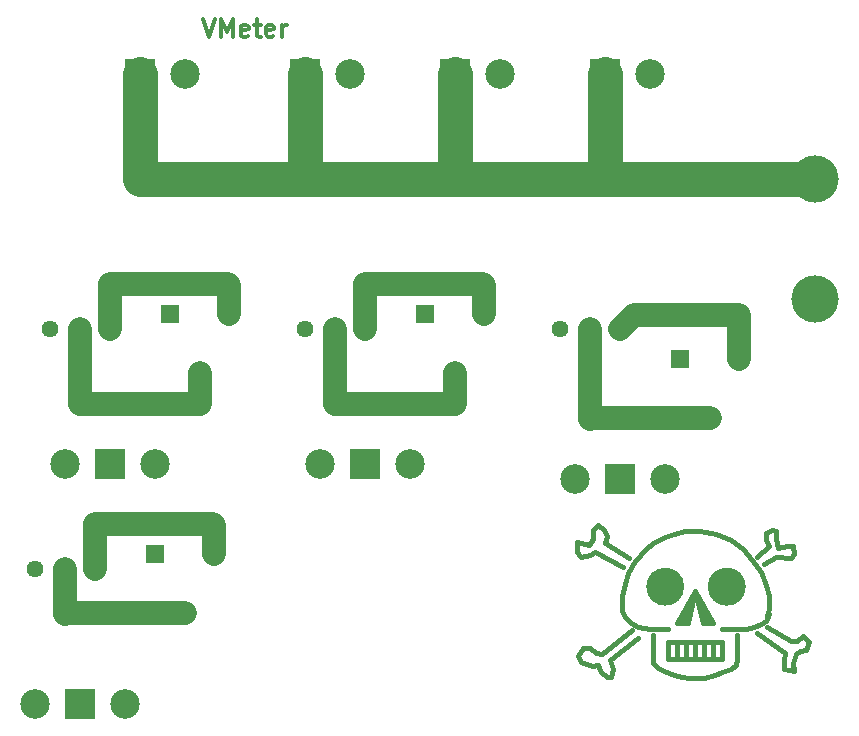
<source format=gbr>
G04 #@! TF.GenerationSoftware,KiCad,Pcbnew,(5.1.2)-1*
G04 #@! TF.CreationDate,2019-06-07T00:55:14-04:00*
G04 #@! TF.ProjectId,volt mod 2,766f6c74-206d-46f6-9420-322e6b696361,rev?*
G04 #@! TF.SameCoordinates,Original*
G04 #@! TF.FileFunction,Copper,L1,Top*
G04 #@! TF.FilePolarity,Positive*
%FSLAX46Y46*%
G04 Gerber Fmt 4.6, Leading zero omitted, Abs format (unit mm)*
G04 Created by KiCad (PCBNEW (5.1.2)-1) date 2019-06-07 00:55:14*
%MOMM*%
%LPD*%
G04 APERTURE LIST*
%ADD10C,0.300000*%
%ADD11C,0.381000*%
%ADD12C,2.499360*%
%ADD13R,2.499360X2.499360*%
%ADD14C,1.440000*%
%ADD15C,1.550000*%
%ADD16R,1.550000X1.550000*%
%ADD17C,4.000000*%
%ADD18C,3.000000*%
%ADD19C,2.000000*%
G04 APERTURE END LIST*
D10*
X43454285Y-121098571D02*
X43954285Y-122598571D01*
X44454285Y-121098571D01*
X44954285Y-122598571D02*
X44954285Y-121098571D01*
X45454285Y-122170000D01*
X45954285Y-121098571D01*
X45954285Y-122598571D01*
X47240000Y-122527142D02*
X47097142Y-122598571D01*
X46811428Y-122598571D01*
X46668571Y-122527142D01*
X46597142Y-122384285D01*
X46597142Y-121812857D01*
X46668571Y-121670000D01*
X46811428Y-121598571D01*
X47097142Y-121598571D01*
X47240000Y-121670000D01*
X47311428Y-121812857D01*
X47311428Y-121955714D01*
X46597142Y-122098571D01*
X47740000Y-121598571D02*
X48311428Y-121598571D01*
X47954285Y-121098571D02*
X47954285Y-122384285D01*
X48025714Y-122527142D01*
X48168571Y-122598571D01*
X48311428Y-122598571D01*
X49382857Y-122527142D02*
X49240000Y-122598571D01*
X48954285Y-122598571D01*
X48811428Y-122527142D01*
X48740000Y-122384285D01*
X48740000Y-121812857D01*
X48811428Y-121670000D01*
X48954285Y-121598571D01*
X49240000Y-121598571D01*
X49382857Y-121670000D01*
X49454285Y-121812857D01*
X49454285Y-121955714D01*
X48740000Y-122098571D01*
X50097142Y-122598571D02*
X50097142Y-121598571D01*
X50097142Y-121884285D02*
X50168571Y-121741428D01*
X50240000Y-121670000D01*
X50382857Y-121598571D01*
X50525714Y-121598571D01*
D11*
X91313000Y-171069000D02*
X91186000Y-171577000D01*
X91313000Y-170815000D02*
X91313000Y-171069000D01*
X91313000Y-170561000D02*
X91313000Y-170815000D01*
X91313000Y-169926000D02*
X91313000Y-170561000D01*
X91059000Y-169037000D02*
X91313000Y-169926000D01*
X90678000Y-167894000D02*
X91059000Y-169037000D01*
X89916000Y-166878000D02*
X90678000Y-167894000D01*
X89154000Y-165989000D02*
X89916000Y-166878000D01*
X88138000Y-165227000D02*
X89154000Y-165989000D01*
X86868000Y-164719000D02*
X88138000Y-165227000D01*
X85471000Y-164465000D02*
X86868000Y-164719000D01*
X84201000Y-164465000D02*
X85471000Y-164465000D01*
X83312000Y-164719000D02*
X84201000Y-164465000D01*
X82550000Y-164973000D02*
X83312000Y-164719000D01*
X81534000Y-165481000D02*
X82550000Y-164973000D01*
X80899000Y-165989000D02*
X81534000Y-165481000D01*
X80010000Y-167005000D02*
X80899000Y-165989000D01*
X79375000Y-168021000D02*
X80010000Y-167005000D01*
X79121000Y-168910000D02*
X79375000Y-168021000D01*
X78867000Y-169926000D02*
X79121000Y-168910000D01*
X78867000Y-170561000D02*
X78867000Y-169926000D01*
X78867000Y-171196000D02*
X78867000Y-170561000D01*
X79121000Y-171704000D02*
X78867000Y-171196000D01*
X79629000Y-172212000D02*
X79121000Y-171704000D01*
X80264000Y-172593000D02*
X79629000Y-172212000D01*
X81280000Y-172720000D02*
X80264000Y-172593000D01*
X82804000Y-172720000D02*
X81280000Y-172720000D01*
X91059000Y-172085000D02*
X91313000Y-171450000D01*
X90678000Y-172339000D02*
X91059000Y-172085000D01*
X90043000Y-172593000D02*
X90678000Y-172339000D01*
X89408000Y-172720000D02*
X90043000Y-172593000D01*
X87376000Y-172720000D02*
X89408000Y-172720000D01*
X84582000Y-176911000D02*
X85090000Y-176911000D01*
X83947000Y-176784000D02*
X84582000Y-176911000D01*
X83312000Y-176657000D02*
X83947000Y-176784000D01*
X82423000Y-176276000D02*
X83312000Y-176657000D01*
X81915000Y-176022000D02*
X82423000Y-176276000D01*
X81534000Y-175641000D02*
X81915000Y-176022000D01*
X81534000Y-173228000D02*
X81534000Y-175641000D01*
X85852000Y-176911000D02*
X85090000Y-176911000D01*
X86741000Y-176657000D02*
X85852000Y-176911000D01*
X87376000Y-176403000D02*
X86741000Y-176657000D01*
X88138000Y-176149000D02*
X87376000Y-176403000D01*
X88519000Y-175768000D02*
X88138000Y-176149000D01*
X88646000Y-175260000D02*
X88519000Y-175768000D01*
X88646000Y-173228000D02*
X88646000Y-175260000D01*
X85725000Y-172212000D02*
X85090000Y-169545000D01*
X86614000Y-172212000D02*
X85725000Y-172212000D01*
X85090000Y-169545000D02*
X86614000Y-172212000D01*
X85090000Y-169545000D02*
X84455000Y-172212000D01*
X83566000Y-172212000D02*
X85090000Y-169545000D01*
X84455000Y-172212000D02*
X83566000Y-172212000D01*
X85471000Y-170688000D02*
X86106000Y-172085000D01*
X84709000Y-170434000D02*
X83947000Y-171958000D01*
X84074000Y-172085000D02*
X84455000Y-171450000D01*
X89159761Y-169164000D02*
G75*
G03X89159761Y-169164000I-1402761J0D01*
G01*
X83947000Y-169164000D02*
G75*
G03X83947000Y-169164000I-1397000J0D01*
G01*
X83517203Y-169164000D02*
G75*
G03X83517203Y-169164000I-967203J0D01*
G01*
X83073634Y-169164000D02*
G75*
G03X83073634Y-169164000I-523634J0D01*
G01*
X88842088Y-169164000D02*
G75*
G03X88842088Y-169164000I-1085088J0D01*
G01*
X88404575Y-169164000D02*
G75*
G03X88404575Y-169164000I-647575J0D01*
G01*
X88011000Y-169164000D02*
G75*
G03X88011000Y-169164000I-254000J0D01*
G01*
X82677000Y-169164000D02*
G75*
G03X82677000Y-169164000I-127000J0D01*
G01*
X82804000Y-175260000D02*
X82804000Y-173863000D01*
X87376000Y-175260000D02*
X82804000Y-175260000D01*
X87376000Y-173863000D02*
X87376000Y-175260000D01*
X82804000Y-173863000D02*
X87376000Y-173863000D01*
X85090000Y-173863000D02*
X85090000Y-175260000D01*
X84328000Y-173863000D02*
X84328000Y-175133000D01*
X83566000Y-173990000D02*
X83566000Y-175133000D01*
X85852000Y-173990000D02*
X85852000Y-175133000D01*
X86614000Y-173990000D02*
X86614000Y-175133000D01*
X91948000Y-166624000D02*
X90932000Y-167259000D01*
X93218000Y-166751000D02*
X91948000Y-166624000D01*
X93472000Y-166370000D02*
X93218000Y-166751000D01*
X93345000Y-165735000D02*
X93472000Y-166370000D01*
X92837000Y-165735000D02*
X93345000Y-165735000D01*
X92075000Y-165862000D02*
X92837000Y-165735000D01*
X91948000Y-165100000D02*
X92075000Y-165862000D01*
X91948000Y-164465000D02*
X91948000Y-165100000D01*
X91567000Y-164338000D02*
X91948000Y-164465000D01*
X91059000Y-164592000D02*
X91567000Y-164338000D01*
X91059000Y-165227000D02*
X91059000Y-164592000D01*
X91313000Y-165735000D02*
X91059000Y-165227000D01*
X90297000Y-166624000D02*
X91313000Y-165735000D01*
X77851000Y-175387000D02*
X80264000Y-173482000D01*
X78105000Y-176149000D02*
X77851000Y-175387000D01*
X77978000Y-176784000D02*
X78105000Y-176149000D01*
X77597000Y-176784000D02*
X77978000Y-176784000D01*
X77089000Y-176403000D02*
X77597000Y-176784000D01*
X76835000Y-175768000D02*
X77089000Y-176403000D01*
X76327000Y-175895000D02*
X76835000Y-175768000D01*
X75438000Y-175514000D02*
X76327000Y-175895000D01*
X75184000Y-175006000D02*
X75438000Y-175514000D01*
X75565000Y-174371000D02*
X75184000Y-175006000D01*
X76200000Y-174371000D02*
X75565000Y-174371000D01*
X76708000Y-174752000D02*
X76200000Y-174371000D01*
X77216000Y-174879000D02*
X76708000Y-174752000D01*
X79756000Y-172847000D02*
X77216000Y-174879000D01*
X76581000Y-166243000D02*
X78994000Y-167513000D01*
X76200000Y-166497000D02*
X76581000Y-166243000D01*
X75438000Y-166624000D02*
X76200000Y-166497000D01*
X75057000Y-166243000D02*
X75438000Y-166624000D01*
X75057000Y-165354000D02*
X75057000Y-166243000D01*
X76073000Y-165608000D02*
X75057000Y-165354000D01*
X76454000Y-165100000D02*
X76073000Y-165608000D01*
X76454000Y-164338000D02*
X76454000Y-165100000D01*
X76835000Y-163957000D02*
X76454000Y-164338000D01*
X77343000Y-164338000D02*
X76835000Y-163957000D01*
X77597000Y-164846000D02*
X77343000Y-164338000D01*
X77470000Y-165481000D02*
X77597000Y-164846000D01*
X79502000Y-166751000D02*
X77470000Y-165481000D01*
X92710000Y-174752000D02*
X90297000Y-173101000D01*
X92583000Y-175387000D02*
X92710000Y-174752000D01*
X92583000Y-176149000D02*
X92583000Y-175387000D01*
X93472000Y-176276000D02*
X92583000Y-176149000D01*
X93345000Y-175641000D02*
X93472000Y-176276000D01*
X93599000Y-174879000D02*
X93345000Y-175641000D01*
X93980000Y-174625000D02*
X93599000Y-174879000D01*
X94488000Y-174498000D02*
X93980000Y-174625000D01*
X94742000Y-173863000D02*
X94488000Y-174498000D01*
X94234000Y-173355000D02*
X94742000Y-173863000D01*
X93726000Y-173736000D02*
X94234000Y-173355000D01*
X93218000Y-173736000D02*
X93726000Y-173736000D01*
X91186000Y-172593000D02*
X93218000Y-173736000D01*
X82677000Y-169418000D02*
X82677000Y-168910000D01*
X82296000Y-169291000D02*
X82677000Y-169418000D01*
X82550000Y-168402000D02*
X82296000Y-169291000D01*
X83058000Y-168656000D02*
X82550000Y-168402000D01*
X83185000Y-169164000D02*
X83058000Y-168656000D01*
X82931000Y-169799000D02*
X83185000Y-169164000D01*
X82423000Y-169799000D02*
X82931000Y-169799000D01*
X82042000Y-169545000D02*
X82423000Y-169799000D01*
X81788000Y-169164000D02*
X82042000Y-169545000D01*
X82169000Y-168656000D02*
X81788000Y-169164000D01*
X82550000Y-168021000D02*
X82169000Y-168656000D01*
X83058000Y-168021000D02*
X82550000Y-168021000D01*
X83439000Y-168529000D02*
X83058000Y-168021000D01*
X83693000Y-168783000D02*
X83439000Y-168529000D01*
X83693000Y-169418000D02*
X83693000Y-168783000D01*
X83312000Y-170053000D02*
X83693000Y-169418000D01*
X82550000Y-170307000D02*
X83312000Y-170053000D01*
X82042000Y-170180000D02*
X82550000Y-170307000D01*
X81661000Y-169926000D02*
X82042000Y-170180000D01*
X81407000Y-169418000D02*
X81661000Y-169926000D01*
X81407000Y-168783000D02*
X81407000Y-169418000D01*
X81915000Y-168275000D02*
X81407000Y-168783000D01*
X82423000Y-168021000D02*
X81915000Y-168275000D01*
X88138000Y-169164000D02*
X87884000Y-168783000D01*
X87884000Y-169545000D02*
X88138000Y-169164000D01*
X87503000Y-169545000D02*
X87884000Y-169545000D01*
X87376000Y-169164000D02*
X87503000Y-169545000D01*
X87503000Y-168402000D02*
X87376000Y-169164000D01*
X88138000Y-168402000D02*
X87503000Y-168402000D01*
X88519000Y-168783000D02*
X88138000Y-168402000D01*
X88646000Y-169291000D02*
X88519000Y-168783000D01*
X88265000Y-169926000D02*
X88646000Y-169291000D01*
X87630000Y-169926000D02*
X88265000Y-169926000D01*
X86868000Y-169545000D02*
X87630000Y-169926000D01*
X87249000Y-168402000D02*
X86868000Y-169545000D01*
D12*
X29210000Y-179070000D03*
X31750000Y-158750000D03*
X53340000Y-158750000D03*
X74930000Y-160020000D03*
X82550000Y-160020000D03*
D13*
X78740000Y-160020000D03*
D12*
X60960000Y-158750000D03*
D13*
X57150000Y-158750000D03*
D12*
X39370000Y-158750000D03*
D13*
X35560000Y-158750000D03*
D12*
X36830000Y-179070000D03*
D13*
X33020000Y-179070000D03*
D14*
X29210000Y-167640000D03*
X31750000Y-167640000D03*
X34290000Y-167640000D03*
X73660000Y-147320000D03*
X76200000Y-147320000D03*
X78740000Y-147320000D03*
X52070000Y-147320000D03*
X54610000Y-147320000D03*
X57150000Y-147320000D03*
X35560000Y-147320000D03*
X33020000Y-147320000D03*
X30480000Y-147320000D03*
D15*
X44370000Y-166370000D03*
D16*
X39370000Y-166370000D03*
D15*
X41870000Y-171370000D03*
X88820000Y-149860000D03*
D16*
X83820000Y-149860000D03*
D15*
X86320000Y-154860000D03*
X67230000Y-146050000D03*
D16*
X62230000Y-146050000D03*
D15*
X64730000Y-151050000D03*
D17*
X95250000Y-144780000D03*
D15*
X43140000Y-151050000D03*
D16*
X40640000Y-146050000D03*
D15*
X45640000Y-146050000D03*
D17*
X95250000Y-134620000D03*
D13*
X77470000Y-125730000D03*
D12*
X81280000Y-125730000D03*
D13*
X64770000Y-125730000D03*
D12*
X68580000Y-125730000D03*
D13*
X52070000Y-125730000D03*
D12*
X55880000Y-125730000D03*
X41910000Y-125730000D03*
D13*
X38100000Y-125730000D03*
D18*
X38100000Y-125730000D02*
X38100000Y-134620000D01*
X52070000Y-125730000D02*
X52070000Y-134620000D01*
X52070000Y-134620000D02*
X38100000Y-134620000D01*
X64770000Y-125730000D02*
X64770000Y-134620000D01*
X64770000Y-134620000D02*
X52070000Y-134620000D01*
X77470000Y-125730000D02*
X77470000Y-134620000D01*
X95250000Y-134620000D02*
X77470000Y-134620000D01*
X77470000Y-134620000D02*
X64770000Y-134620000D01*
D19*
X33020000Y-147320000D02*
X33020000Y-153670000D01*
X33020000Y-153670000D02*
X43180000Y-153670000D01*
X43140000Y-153630000D02*
X43140000Y-151050000D01*
X43180000Y-153670000D02*
X43140000Y-153630000D01*
X54610000Y-147320000D02*
X54610000Y-153670000D01*
X54610000Y-153670000D02*
X64770000Y-153670000D01*
X64730000Y-153630000D02*
X64730000Y-151050000D01*
X64770000Y-153670000D02*
X64730000Y-153630000D01*
X76200000Y-147320000D02*
X76200000Y-154940000D01*
X76280000Y-154860000D02*
X86320000Y-154860000D01*
X76200000Y-154940000D02*
X76280000Y-154860000D01*
X31750000Y-167640000D02*
X31750000Y-171450000D01*
X31830000Y-171370000D02*
X41870000Y-171370000D01*
X31750000Y-171450000D02*
X31830000Y-171370000D01*
X35560000Y-143510000D02*
X35560000Y-147320000D01*
X45560000Y-143510000D02*
X35560000Y-143510000D01*
X45640000Y-146050000D02*
X45640000Y-143590000D01*
X45640000Y-143590000D02*
X45560000Y-143510000D01*
X44370000Y-166370000D02*
X44370000Y-163910000D01*
X44370000Y-163910000D02*
X44290000Y-163830000D01*
X44290000Y-163830000D02*
X34290000Y-163830000D01*
X34290000Y-163830000D02*
X34290000Y-167640000D01*
X57150000Y-143510000D02*
X57150000Y-147320000D01*
X67150000Y-143510000D02*
X57150000Y-143510000D01*
X67230000Y-146050000D02*
X67230000Y-143590000D01*
X67230000Y-143590000D02*
X67150000Y-143510000D01*
X88820000Y-149860000D02*
X88820000Y-146130000D01*
X79930000Y-146130000D02*
X78740000Y-147320000D01*
X88820000Y-146130000D02*
X79930000Y-146130000D01*
M02*

</source>
